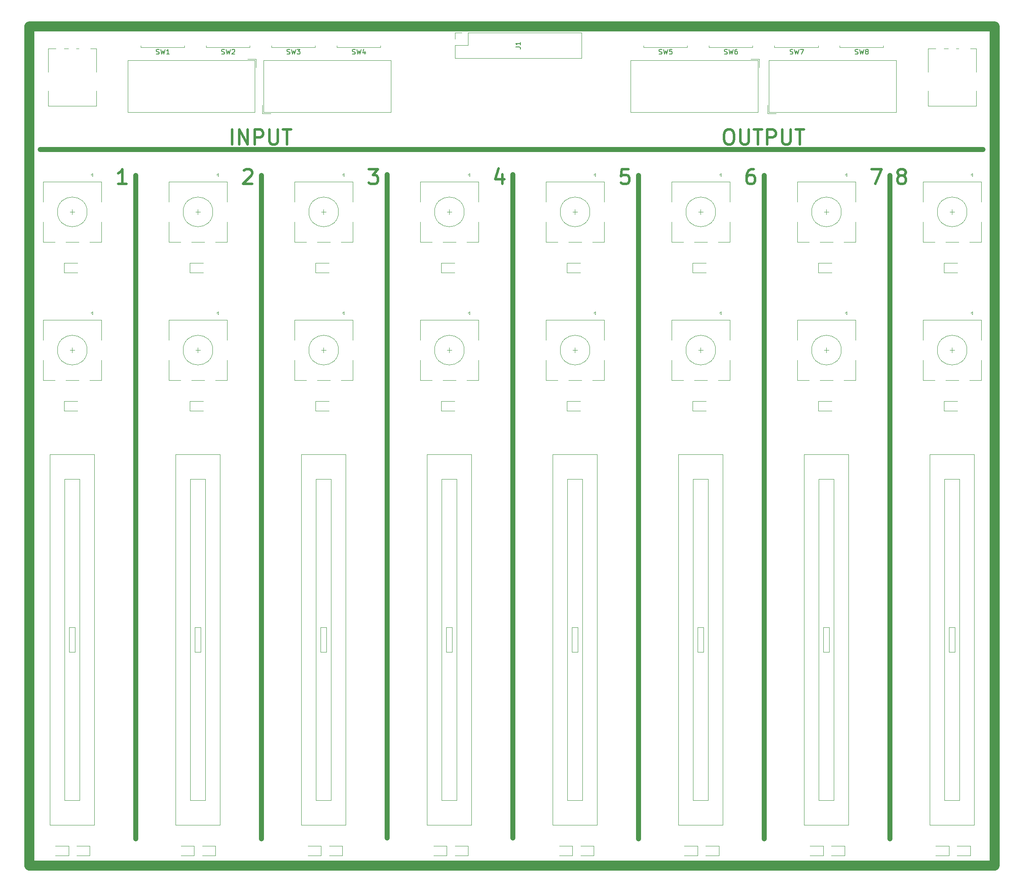
<source format=gbr>
G04 #@! TF.GenerationSoftware,KiCad,Pcbnew,(5.1.4)-1*
G04 #@! TF.CreationDate,2019-10-13T10:06:27+02:00*
G04 #@! TF.ProjectId,ctrl_interface,6374726c-5f69-46e7-9465-72666163652e,rev?*
G04 #@! TF.SameCoordinates,Original*
G04 #@! TF.FileFunction,Legend,Top*
G04 #@! TF.FilePolarity,Positive*
%FSLAX46Y46*%
G04 Gerber Fmt 4.6, Leading zero omitted, Abs format (unit mm)*
G04 Created by KiCad (PCBNEW (5.1.4)-1) date 2019-10-13 10:06:27*
%MOMM*%
%LPD*%
G04 APERTURE LIST*
%ADD10C,0.500000*%
%ADD11C,1.000000*%
%ADD12C,2.000000*%
%ADD13C,0.120000*%
%ADD14C,0.150000*%
G04 APERTURE END LIST*
D10*
X230854285Y-45362857D02*
X230568571Y-45220000D01*
X230425714Y-45077142D01*
X230282857Y-44791428D01*
X230282857Y-44648571D01*
X230425714Y-44362857D01*
X230568571Y-44220000D01*
X230854285Y-44077142D01*
X231425714Y-44077142D01*
X231711428Y-44220000D01*
X231854285Y-44362857D01*
X231997142Y-44648571D01*
X231997142Y-44791428D01*
X231854285Y-45077142D01*
X231711428Y-45220000D01*
X231425714Y-45362857D01*
X230854285Y-45362857D01*
X230568571Y-45505714D01*
X230425714Y-45648571D01*
X230282857Y-45934285D01*
X230282857Y-46505714D01*
X230425714Y-46791428D01*
X230568571Y-46934285D01*
X230854285Y-47077142D01*
X231425714Y-47077142D01*
X231711428Y-46934285D01*
X231854285Y-46791428D01*
X231997142Y-46505714D01*
X231997142Y-45934285D01*
X231854285Y-45648571D01*
X231711428Y-45505714D01*
X231425714Y-45362857D01*
X225060000Y-44077142D02*
X227060000Y-44077142D01*
X225774285Y-47077142D01*
X201231428Y-44077142D02*
X200660000Y-44077142D01*
X200374285Y-44220000D01*
X200231428Y-44362857D01*
X199945714Y-44791428D01*
X199802857Y-45362857D01*
X199802857Y-46505714D01*
X199945714Y-46791428D01*
X200088571Y-46934285D01*
X200374285Y-47077142D01*
X200945714Y-47077142D01*
X201231428Y-46934285D01*
X201374285Y-46791428D01*
X201517142Y-46505714D01*
X201517142Y-45791428D01*
X201374285Y-45505714D01*
X201231428Y-45362857D01*
X200945714Y-45220000D01*
X200374285Y-45220000D01*
X200088571Y-45362857D01*
X199945714Y-45505714D01*
X199802857Y-45791428D01*
X175974285Y-44077142D02*
X174545714Y-44077142D01*
X174402857Y-45505714D01*
X174545714Y-45362857D01*
X174831428Y-45220000D01*
X175545714Y-45220000D01*
X175831428Y-45362857D01*
X175974285Y-45505714D01*
X176117142Y-45791428D01*
X176117142Y-46505714D01*
X175974285Y-46791428D01*
X175831428Y-46934285D01*
X175545714Y-47077142D01*
X174831428Y-47077142D01*
X174545714Y-46934285D01*
X174402857Y-46791428D01*
X150431428Y-45077142D02*
X150431428Y-47077142D01*
X149717142Y-43934285D02*
X149002857Y-46077142D01*
X150860000Y-46077142D01*
X123460000Y-44077142D02*
X125317142Y-44077142D01*
X124317142Y-45220000D01*
X124745714Y-45220000D01*
X125031428Y-45362857D01*
X125174285Y-45505714D01*
X125317142Y-45791428D01*
X125317142Y-46505714D01*
X125174285Y-46791428D01*
X125031428Y-46934285D01*
X124745714Y-47077142D01*
X123888571Y-47077142D01*
X123602857Y-46934285D01*
X123460000Y-46791428D01*
X98202857Y-44362857D02*
X98345714Y-44220000D01*
X98631428Y-44077142D01*
X99345714Y-44077142D01*
X99631428Y-44220000D01*
X99774285Y-44362857D01*
X99917142Y-44648571D01*
X99917142Y-44934285D01*
X99774285Y-45362857D01*
X98060000Y-47077142D01*
X99917142Y-47077142D01*
X74517142Y-47077142D02*
X72802857Y-47077142D01*
X73660000Y-47077142D02*
X73660000Y-44077142D01*
X73374285Y-44505714D01*
X73088571Y-44791428D01*
X72802857Y-44934285D01*
X195985714Y-36057142D02*
X196557142Y-36057142D01*
X196842857Y-36200000D01*
X197128571Y-36485714D01*
X197271428Y-37057142D01*
X197271428Y-38057142D01*
X197128571Y-38628571D01*
X196842857Y-38914285D01*
X196557142Y-39057142D01*
X195985714Y-39057142D01*
X195700000Y-38914285D01*
X195414285Y-38628571D01*
X195271428Y-38057142D01*
X195271428Y-37057142D01*
X195414285Y-36485714D01*
X195700000Y-36200000D01*
X195985714Y-36057142D01*
X198557142Y-36057142D02*
X198557142Y-38485714D01*
X198700000Y-38771428D01*
X198842857Y-38914285D01*
X199128571Y-39057142D01*
X199700000Y-39057142D01*
X199985714Y-38914285D01*
X200128571Y-38771428D01*
X200271428Y-38485714D01*
X200271428Y-36057142D01*
X201271428Y-36057142D02*
X202985714Y-36057142D01*
X202128571Y-39057142D02*
X202128571Y-36057142D01*
X203985714Y-39057142D02*
X203985714Y-36057142D01*
X205128571Y-36057142D01*
X205414285Y-36200000D01*
X205557142Y-36342857D01*
X205700000Y-36628571D01*
X205700000Y-37057142D01*
X205557142Y-37342857D01*
X205414285Y-37485714D01*
X205128571Y-37628571D01*
X203985714Y-37628571D01*
X206985714Y-36057142D02*
X206985714Y-38485714D01*
X207128571Y-38771428D01*
X207271428Y-38914285D01*
X207557142Y-39057142D01*
X208128571Y-39057142D01*
X208414285Y-38914285D01*
X208557142Y-38771428D01*
X208700000Y-38485714D01*
X208700000Y-36057142D01*
X209700000Y-36057142D02*
X211414285Y-36057142D01*
X210557142Y-39057142D02*
X210557142Y-36057142D01*
X95814285Y-39057142D02*
X95814285Y-36057142D01*
X97242857Y-39057142D02*
X97242857Y-36057142D01*
X98957142Y-39057142D01*
X98957142Y-36057142D01*
X100385714Y-39057142D02*
X100385714Y-36057142D01*
X101528571Y-36057142D01*
X101814285Y-36200000D01*
X101957142Y-36342857D01*
X102100000Y-36628571D01*
X102100000Y-37057142D01*
X101957142Y-37342857D01*
X101814285Y-37485714D01*
X101528571Y-37628571D01*
X100385714Y-37628571D01*
X103385714Y-36057142D02*
X103385714Y-38485714D01*
X103528571Y-38771428D01*
X103671428Y-38914285D01*
X103957142Y-39057142D01*
X104528571Y-39057142D01*
X104814285Y-38914285D01*
X104957142Y-38771428D01*
X105100000Y-38485714D01*
X105100000Y-36057142D01*
X106100000Y-36057142D02*
X107814285Y-36057142D01*
X106957142Y-39057142D02*
X106957142Y-36057142D01*
D11*
X57023000Y-40132000D02*
X247523000Y-40132000D01*
X127127000Y-45212000D02*
X127127000Y-179324000D01*
X152527000Y-45212000D02*
X152527000Y-179324000D01*
X228727000Y-45339000D02*
X228727000Y-179451000D01*
X203327000Y-45339000D02*
X203327000Y-179451000D01*
X177927000Y-45339000D02*
X177927000Y-179451000D01*
X101727000Y-45339000D02*
X101727000Y-179451000D01*
X76327000Y-45339000D02*
X76327000Y-179451000D01*
D12*
X54864000Y-184912000D02*
X249936000Y-184912000D01*
X54864000Y-15240000D02*
X249936000Y-15240000D01*
X249936000Y-15240000D02*
X249936000Y-184912000D01*
X54864000Y-15240000D02*
X54864000Y-184912000D01*
D13*
X215940000Y-80152000D02*
X215940000Y-81152000D01*
X216440000Y-80652000D02*
X215440000Y-80652000D01*
X212440000Y-86752000D02*
X210040000Y-86752000D01*
X217240000Y-86752000D02*
X214640000Y-86752000D01*
X221840000Y-86752000D02*
X219440000Y-86752000D01*
X220040000Y-73452000D02*
X219740000Y-73152000D01*
X220040000Y-72852000D02*
X220040000Y-73452000D01*
X219740000Y-73152000D02*
X220040000Y-72852000D01*
X221840000Y-74552000D02*
X210040000Y-74552000D01*
X221840000Y-78652000D02*
X221840000Y-74552000D01*
X210040000Y-78652000D02*
X210040000Y-74552000D01*
X210040000Y-86752000D02*
X210040000Y-82652000D01*
X221840000Y-82652000D02*
X221840000Y-86752000D01*
X218940000Y-80652000D02*
G75*
G03X218940000Y-80652000I-3000000J0D01*
G01*
X59000000Y-176692000D02*
X59000000Y-139192000D01*
X68000000Y-176692000D02*
X59000000Y-176692000D01*
X68000000Y-139192000D02*
X68000000Y-176692000D01*
X68000000Y-101692000D02*
X68000000Y-139192000D01*
X59000000Y-101692000D02*
X68000000Y-101692000D01*
X59000000Y-139192000D02*
X59000000Y-101692000D01*
X64100000Y-141692000D02*
X64100000Y-139192000D01*
X62900000Y-141692000D02*
X64100000Y-141692000D01*
X62900000Y-139192000D02*
X62900000Y-141692000D01*
X62900000Y-137992000D02*
X62900000Y-139192000D01*
X62900000Y-136692000D02*
X62900000Y-137992000D01*
X64100000Y-136692000D02*
X62900000Y-136692000D01*
X64100000Y-139192000D02*
X64100000Y-136692000D01*
X62000000Y-106692000D02*
X63500000Y-106692000D01*
X62000000Y-171692000D02*
X62000000Y-106692000D01*
X65000000Y-171692000D02*
X62000000Y-171692000D01*
X65000000Y-139192000D02*
X65000000Y-171692000D01*
X65000000Y-106692000D02*
X65000000Y-139192000D01*
X64400000Y-106692000D02*
X65000000Y-106692000D01*
X63500000Y-106692000D02*
X64400000Y-106692000D01*
X139700000Y-106692000D02*
X140600000Y-106692000D01*
X140600000Y-106692000D02*
X141200000Y-106692000D01*
X141200000Y-106692000D02*
X141200000Y-139192000D01*
X141200000Y-139192000D02*
X141200000Y-171692000D01*
X141200000Y-171692000D02*
X138200000Y-171692000D01*
X138200000Y-171692000D02*
X138200000Y-106692000D01*
X138200000Y-106692000D02*
X139700000Y-106692000D01*
X140300000Y-139192000D02*
X140300000Y-136692000D01*
X140300000Y-136692000D02*
X139100000Y-136692000D01*
X139100000Y-136692000D02*
X139100000Y-137992000D01*
X139100000Y-137992000D02*
X139100000Y-139192000D01*
X139100000Y-139192000D02*
X139100000Y-141692000D01*
X139100000Y-141692000D02*
X140300000Y-141692000D01*
X140300000Y-141692000D02*
X140300000Y-139192000D01*
X135200000Y-139192000D02*
X135200000Y-101692000D01*
X135200000Y-101692000D02*
X144200000Y-101692000D01*
X144200000Y-101692000D02*
X144200000Y-139192000D01*
X144200000Y-139192000D02*
X144200000Y-176692000D01*
X144200000Y-176692000D02*
X135200000Y-176692000D01*
X135200000Y-176692000D02*
X135200000Y-139192000D01*
X109800000Y-176692000D02*
X109800000Y-139192000D01*
X118800000Y-176692000D02*
X109800000Y-176692000D01*
X118800000Y-139192000D02*
X118800000Y-176692000D01*
X118800000Y-101692000D02*
X118800000Y-139192000D01*
X109800000Y-101692000D02*
X118800000Y-101692000D01*
X109800000Y-139192000D02*
X109800000Y-101692000D01*
X114900000Y-141692000D02*
X114900000Y-139192000D01*
X113700000Y-141692000D02*
X114900000Y-141692000D01*
X113700000Y-139192000D02*
X113700000Y-141692000D01*
X113700000Y-137992000D02*
X113700000Y-139192000D01*
X113700000Y-136692000D02*
X113700000Y-137992000D01*
X114900000Y-136692000D02*
X113700000Y-136692000D01*
X114900000Y-139192000D02*
X114900000Y-136692000D01*
X112800000Y-106692000D02*
X114300000Y-106692000D01*
X112800000Y-171692000D02*
X112800000Y-106692000D01*
X115800000Y-171692000D02*
X112800000Y-171692000D01*
X115800000Y-139192000D02*
X115800000Y-171692000D01*
X115800000Y-106692000D02*
X115800000Y-139192000D01*
X115200000Y-106692000D02*
X115800000Y-106692000D01*
X114300000Y-106692000D02*
X115200000Y-106692000D01*
X88900000Y-106692000D02*
X89800000Y-106692000D01*
X89800000Y-106692000D02*
X90400000Y-106692000D01*
X90400000Y-106692000D02*
X90400000Y-139192000D01*
X90400000Y-139192000D02*
X90400000Y-171692000D01*
X90400000Y-171692000D02*
X87400000Y-171692000D01*
X87400000Y-171692000D02*
X87400000Y-106692000D01*
X87400000Y-106692000D02*
X88900000Y-106692000D01*
X89500000Y-139192000D02*
X89500000Y-136692000D01*
X89500000Y-136692000D02*
X88300000Y-136692000D01*
X88300000Y-136692000D02*
X88300000Y-137992000D01*
X88300000Y-137992000D02*
X88300000Y-139192000D01*
X88300000Y-139192000D02*
X88300000Y-141692000D01*
X88300000Y-141692000D02*
X89500000Y-141692000D01*
X89500000Y-141692000D02*
X89500000Y-139192000D01*
X84400000Y-139192000D02*
X84400000Y-101692000D01*
X84400000Y-101692000D02*
X93400000Y-101692000D01*
X93400000Y-101692000D02*
X93400000Y-139192000D01*
X93400000Y-139192000D02*
X93400000Y-176692000D01*
X93400000Y-176692000D02*
X84400000Y-176692000D01*
X84400000Y-176692000D02*
X84400000Y-139192000D01*
X215940000Y-52212000D02*
X215940000Y-53212000D01*
X216440000Y-52712000D02*
X215440000Y-52712000D01*
X212440000Y-58812000D02*
X210040000Y-58812000D01*
X217240000Y-58812000D02*
X214640000Y-58812000D01*
X221840000Y-58812000D02*
X219440000Y-58812000D01*
X220040000Y-45512000D02*
X219740000Y-45212000D01*
X220040000Y-44912000D02*
X220040000Y-45512000D01*
X219740000Y-45212000D02*
X220040000Y-44912000D01*
X221840000Y-46612000D02*
X210040000Y-46612000D01*
X221840000Y-50712000D02*
X221840000Y-46612000D01*
X210040000Y-50712000D02*
X210040000Y-46612000D01*
X210040000Y-58812000D02*
X210040000Y-54712000D01*
X221840000Y-54712000D02*
X221840000Y-58812000D01*
X218940000Y-52712000D02*
G75*
G03X218940000Y-52712000I-3000000J0D01*
G01*
X168140000Y-52712000D02*
G75*
G03X168140000Y-52712000I-3000000J0D01*
G01*
X171040000Y-54712000D02*
X171040000Y-58812000D01*
X159240000Y-58812000D02*
X159240000Y-54712000D01*
X159240000Y-50712000D02*
X159240000Y-46612000D01*
X171040000Y-50712000D02*
X171040000Y-46612000D01*
X171040000Y-46612000D02*
X159240000Y-46612000D01*
X168940000Y-45212000D02*
X169240000Y-44912000D01*
X169240000Y-44912000D02*
X169240000Y-45512000D01*
X169240000Y-45512000D02*
X168940000Y-45212000D01*
X171040000Y-58812000D02*
X168640000Y-58812000D01*
X166440000Y-58812000D02*
X163840000Y-58812000D01*
X161640000Y-58812000D02*
X159240000Y-58812000D01*
X165640000Y-52712000D02*
X164640000Y-52712000D01*
X165140000Y-52212000D02*
X165140000Y-53212000D01*
X241300000Y-106692000D02*
X242200000Y-106692000D01*
X242200000Y-106692000D02*
X242800000Y-106692000D01*
X242800000Y-106692000D02*
X242800000Y-139192000D01*
X242800000Y-139192000D02*
X242800000Y-171692000D01*
X242800000Y-171692000D02*
X239800000Y-171692000D01*
X239800000Y-171692000D02*
X239800000Y-106692000D01*
X239800000Y-106692000D02*
X241300000Y-106692000D01*
X241900000Y-139192000D02*
X241900000Y-136692000D01*
X241900000Y-136692000D02*
X240700000Y-136692000D01*
X240700000Y-136692000D02*
X240700000Y-137992000D01*
X240700000Y-137992000D02*
X240700000Y-139192000D01*
X240700000Y-139192000D02*
X240700000Y-141692000D01*
X240700000Y-141692000D02*
X241900000Y-141692000D01*
X241900000Y-141692000D02*
X241900000Y-139192000D01*
X236800000Y-139192000D02*
X236800000Y-101692000D01*
X236800000Y-101692000D02*
X245800000Y-101692000D01*
X245800000Y-101692000D02*
X245800000Y-139192000D01*
X245800000Y-139192000D02*
X245800000Y-176692000D01*
X245800000Y-176692000D02*
X236800000Y-176692000D01*
X236800000Y-176692000D02*
X236800000Y-139192000D01*
X193540000Y-52712000D02*
G75*
G03X193540000Y-52712000I-3000000J0D01*
G01*
X196440000Y-54712000D02*
X196440000Y-58812000D01*
X184640000Y-58812000D02*
X184640000Y-54712000D01*
X184640000Y-50712000D02*
X184640000Y-46612000D01*
X196440000Y-50712000D02*
X196440000Y-46612000D01*
X196440000Y-46612000D02*
X184640000Y-46612000D01*
X194340000Y-45212000D02*
X194640000Y-44912000D01*
X194640000Y-44912000D02*
X194640000Y-45512000D01*
X194640000Y-45512000D02*
X194340000Y-45212000D01*
X196440000Y-58812000D02*
X194040000Y-58812000D01*
X191840000Y-58812000D02*
X189240000Y-58812000D01*
X187040000Y-58812000D02*
X184640000Y-58812000D01*
X191040000Y-52712000D02*
X190040000Y-52712000D01*
X190540000Y-52212000D02*
X190540000Y-53212000D01*
X66540000Y-52712000D02*
G75*
G03X66540000Y-52712000I-3000000J0D01*
G01*
X69440000Y-54712000D02*
X69440000Y-58812000D01*
X57640000Y-58812000D02*
X57640000Y-54712000D01*
X57640000Y-50712000D02*
X57640000Y-46612000D01*
X69440000Y-50712000D02*
X69440000Y-46612000D01*
X69440000Y-46612000D02*
X57640000Y-46612000D01*
X67340000Y-45212000D02*
X67640000Y-44912000D01*
X67640000Y-44912000D02*
X67640000Y-45512000D01*
X67640000Y-45512000D02*
X67340000Y-45212000D01*
X69440000Y-58812000D02*
X67040000Y-58812000D01*
X64840000Y-58812000D02*
X62240000Y-58812000D01*
X60040000Y-58812000D02*
X57640000Y-58812000D01*
X64040000Y-52712000D02*
X63040000Y-52712000D01*
X63540000Y-52212000D02*
X63540000Y-53212000D01*
X100410000Y-32530000D02*
X74730000Y-32530000D01*
X100410000Y-22090000D02*
X100410000Y-32530000D01*
X74730000Y-22090000D02*
X100410000Y-22090000D01*
X74730000Y-32530000D02*
X74730000Y-22090000D01*
X100700000Y-21800000D02*
X99000000Y-21800000D01*
X100700000Y-23500000D02*
X100700000Y-21800000D01*
X101932000Y-31115000D02*
X101932000Y-32815000D01*
X101932000Y-32815000D02*
X103632000Y-32815000D01*
X127902000Y-22085000D02*
X127902000Y-32525000D01*
X127902000Y-32525000D02*
X102222000Y-32525000D01*
X102222000Y-32525000D02*
X102222000Y-22085000D01*
X102222000Y-22085000D02*
X127902000Y-22085000D01*
X202360000Y-23500000D02*
X202360000Y-21800000D01*
X202360000Y-21800000D02*
X200660000Y-21800000D01*
X176390000Y-32530000D02*
X176390000Y-22090000D01*
X176390000Y-22090000D02*
X202070000Y-22090000D01*
X202070000Y-22090000D02*
X202070000Y-32530000D01*
X202070000Y-32530000D02*
X176390000Y-32530000D01*
X204330000Y-22085000D02*
X230010000Y-22085000D01*
X204330000Y-32525000D02*
X204330000Y-22085000D01*
X230010000Y-32525000D02*
X204330000Y-32525000D01*
X230010000Y-22085000D02*
X230010000Y-32525000D01*
X204040000Y-32815000D02*
X205740000Y-32815000D01*
X204040000Y-31115000D02*
X204040000Y-32815000D01*
X64578500Y-63048000D02*
X61893500Y-63048000D01*
X61893500Y-63048000D02*
X61893500Y-64968000D01*
X61893500Y-64968000D02*
X64578500Y-64968000D01*
X61893500Y-92908000D02*
X64578500Y-92908000D01*
X61893500Y-90988000D02*
X61893500Y-92908000D01*
X64578500Y-90988000D02*
X61893500Y-90988000D01*
X89978500Y-63048000D02*
X87293500Y-63048000D01*
X87293500Y-63048000D02*
X87293500Y-64968000D01*
X87293500Y-64968000D02*
X89978500Y-64968000D01*
X87293500Y-92908000D02*
X89978500Y-92908000D01*
X87293500Y-90988000D02*
X87293500Y-92908000D01*
X89978500Y-90988000D02*
X87293500Y-90988000D01*
X115378500Y-63048000D02*
X112693500Y-63048000D01*
X112693500Y-63048000D02*
X112693500Y-64968000D01*
X112693500Y-64968000D02*
X115378500Y-64968000D01*
X112693500Y-92908000D02*
X115378500Y-92908000D01*
X112693500Y-90988000D02*
X112693500Y-92908000D01*
X115378500Y-90988000D02*
X112693500Y-90988000D01*
X140778500Y-63048000D02*
X138093500Y-63048000D01*
X138093500Y-63048000D02*
X138093500Y-64968000D01*
X138093500Y-64968000D02*
X140778500Y-64968000D01*
X138093500Y-92908000D02*
X140778500Y-92908000D01*
X138093500Y-90988000D02*
X138093500Y-92908000D01*
X140778500Y-90988000D02*
X138093500Y-90988000D01*
X166178500Y-63048000D02*
X163493500Y-63048000D01*
X163493500Y-63048000D02*
X163493500Y-64968000D01*
X163493500Y-64968000D02*
X166178500Y-64968000D01*
X163493500Y-92908000D02*
X166178500Y-92908000D01*
X163493500Y-90988000D02*
X163493500Y-92908000D01*
X166178500Y-90988000D02*
X163493500Y-90988000D01*
X188893500Y-64968000D02*
X191578500Y-64968000D01*
X188893500Y-63048000D02*
X188893500Y-64968000D01*
X191578500Y-63048000D02*
X188893500Y-63048000D01*
X191578500Y-90988000D02*
X188893500Y-90988000D01*
X188893500Y-90988000D02*
X188893500Y-92908000D01*
X188893500Y-92908000D02*
X191578500Y-92908000D01*
X214293500Y-64968000D02*
X216978500Y-64968000D01*
X214293500Y-63048000D02*
X214293500Y-64968000D01*
X216978500Y-63048000D02*
X214293500Y-63048000D01*
X216978500Y-90988000D02*
X214293500Y-90988000D01*
X214293500Y-90988000D02*
X214293500Y-92908000D01*
X214293500Y-92908000D02*
X216978500Y-92908000D01*
X239693500Y-64968000D02*
X242378500Y-64968000D01*
X239693500Y-63048000D02*
X239693500Y-64968000D01*
X242378500Y-63048000D02*
X239693500Y-63048000D01*
X242378500Y-90988000D02*
X239693500Y-90988000D01*
X239693500Y-90988000D02*
X239693500Y-92908000D01*
X239693500Y-92908000D02*
X242378500Y-92908000D01*
X62820500Y-180904000D02*
X60135500Y-180904000D01*
X62820500Y-182824000D02*
X62820500Y-180904000D01*
X60135500Y-182824000D02*
X62820500Y-182824000D01*
X64405000Y-182824000D02*
X67090000Y-182824000D01*
X67090000Y-182824000D02*
X67090000Y-180904000D01*
X67090000Y-180904000D02*
X64405000Y-180904000D01*
X88172000Y-180904000D02*
X85487000Y-180904000D01*
X88172000Y-182824000D02*
X88172000Y-180904000D01*
X85487000Y-182824000D02*
X88172000Y-182824000D01*
X89805000Y-182824000D02*
X92490000Y-182824000D01*
X92490000Y-182824000D02*
X92490000Y-180904000D01*
X92490000Y-180904000D02*
X89805000Y-180904000D01*
X113826000Y-180904000D02*
X111141000Y-180904000D01*
X113826000Y-182824000D02*
X113826000Y-180904000D01*
X111141000Y-182824000D02*
X113826000Y-182824000D01*
X115459000Y-182824000D02*
X118144000Y-182824000D01*
X118144000Y-182824000D02*
X118144000Y-180904000D01*
X118144000Y-180904000D02*
X115459000Y-180904000D01*
X139226000Y-180904000D02*
X136541000Y-180904000D01*
X139226000Y-182824000D02*
X139226000Y-180904000D01*
X136541000Y-182824000D02*
X139226000Y-182824000D01*
X140859000Y-182824000D02*
X143544000Y-182824000D01*
X143544000Y-182824000D02*
X143544000Y-180904000D01*
X143544000Y-180904000D02*
X140859000Y-180904000D01*
X160600000Y-176692000D02*
X160600000Y-139192000D01*
X169600000Y-176692000D02*
X160600000Y-176692000D01*
X169600000Y-139192000D02*
X169600000Y-176692000D01*
X169600000Y-101692000D02*
X169600000Y-139192000D01*
X160600000Y-101692000D02*
X169600000Y-101692000D01*
X160600000Y-139192000D02*
X160600000Y-101692000D01*
X165700000Y-141692000D02*
X165700000Y-139192000D01*
X164500000Y-141692000D02*
X165700000Y-141692000D01*
X164500000Y-139192000D02*
X164500000Y-141692000D01*
X164500000Y-137992000D02*
X164500000Y-139192000D01*
X164500000Y-136692000D02*
X164500000Y-137992000D01*
X165700000Y-136692000D02*
X164500000Y-136692000D01*
X165700000Y-139192000D02*
X165700000Y-136692000D01*
X163600000Y-106692000D02*
X165100000Y-106692000D01*
X163600000Y-171692000D02*
X163600000Y-106692000D01*
X166600000Y-171692000D02*
X163600000Y-171692000D01*
X166600000Y-139192000D02*
X166600000Y-171692000D01*
X166600000Y-106692000D02*
X166600000Y-139192000D01*
X166000000Y-106692000D02*
X166600000Y-106692000D01*
X165100000Y-106692000D02*
X166000000Y-106692000D01*
X190500000Y-106692000D02*
X191400000Y-106692000D01*
X191400000Y-106692000D02*
X192000000Y-106692000D01*
X192000000Y-106692000D02*
X192000000Y-139192000D01*
X192000000Y-139192000D02*
X192000000Y-171692000D01*
X192000000Y-171692000D02*
X189000000Y-171692000D01*
X189000000Y-171692000D02*
X189000000Y-106692000D01*
X189000000Y-106692000D02*
X190500000Y-106692000D01*
X191100000Y-139192000D02*
X191100000Y-136692000D01*
X191100000Y-136692000D02*
X189900000Y-136692000D01*
X189900000Y-136692000D02*
X189900000Y-137992000D01*
X189900000Y-137992000D02*
X189900000Y-139192000D01*
X189900000Y-139192000D02*
X189900000Y-141692000D01*
X189900000Y-141692000D02*
X191100000Y-141692000D01*
X191100000Y-141692000D02*
X191100000Y-139192000D01*
X186000000Y-139192000D02*
X186000000Y-101692000D01*
X186000000Y-101692000D02*
X195000000Y-101692000D01*
X195000000Y-101692000D02*
X195000000Y-139192000D01*
X195000000Y-139192000D02*
X195000000Y-176692000D01*
X195000000Y-176692000D02*
X186000000Y-176692000D01*
X186000000Y-176692000D02*
X186000000Y-139192000D01*
X211400000Y-176692000D02*
X211400000Y-139192000D01*
X220400000Y-176692000D02*
X211400000Y-176692000D01*
X220400000Y-139192000D02*
X220400000Y-176692000D01*
X220400000Y-101692000D02*
X220400000Y-139192000D01*
X211400000Y-101692000D02*
X220400000Y-101692000D01*
X211400000Y-139192000D02*
X211400000Y-101692000D01*
X216500000Y-141692000D02*
X216500000Y-139192000D01*
X215300000Y-141692000D02*
X216500000Y-141692000D01*
X215300000Y-139192000D02*
X215300000Y-141692000D01*
X215300000Y-137992000D02*
X215300000Y-139192000D01*
X215300000Y-136692000D02*
X215300000Y-137992000D01*
X216500000Y-136692000D02*
X215300000Y-136692000D01*
X216500000Y-139192000D02*
X216500000Y-136692000D01*
X214400000Y-106692000D02*
X215900000Y-106692000D01*
X214400000Y-171692000D02*
X214400000Y-106692000D01*
X217400000Y-171692000D02*
X214400000Y-171692000D01*
X217400000Y-139192000D02*
X217400000Y-171692000D01*
X217400000Y-106692000D02*
X217400000Y-139192000D01*
X216800000Y-106692000D02*
X217400000Y-106692000D01*
X215900000Y-106692000D02*
X216800000Y-106692000D01*
X80256000Y-14185000D02*
X79256000Y-14185000D01*
X79756000Y-14685000D02*
X80256000Y-14185000D01*
X79256000Y-14185000D02*
X79756000Y-14685000D01*
X86166000Y-19405000D02*
X86166000Y-19095000D01*
X77346000Y-19405000D02*
X77346000Y-19095000D01*
X77346000Y-15195000D02*
X77346000Y-14885000D01*
X86166000Y-19405000D02*
X77346000Y-19405000D01*
X86166000Y-14885000D02*
X86166000Y-15195000D01*
X77346000Y-14885000D02*
X86166000Y-14885000D01*
X93464000Y-14185000D02*
X92464000Y-14185000D01*
X92964000Y-14685000D02*
X93464000Y-14185000D01*
X92464000Y-14185000D02*
X92964000Y-14685000D01*
X99374000Y-19405000D02*
X99374000Y-19095000D01*
X90554000Y-19405000D02*
X90554000Y-19095000D01*
X90554000Y-15195000D02*
X90554000Y-14885000D01*
X99374000Y-19405000D02*
X90554000Y-19405000D01*
X99374000Y-14885000D02*
X99374000Y-15195000D01*
X90554000Y-14885000D02*
X99374000Y-14885000D01*
X103762000Y-14885000D02*
X112582000Y-14885000D01*
X112582000Y-14885000D02*
X112582000Y-15195000D01*
X112582000Y-19405000D02*
X103762000Y-19405000D01*
X103762000Y-15195000D02*
X103762000Y-14885000D01*
X103762000Y-19405000D02*
X103762000Y-19095000D01*
X112582000Y-19405000D02*
X112582000Y-19095000D01*
X105672000Y-14185000D02*
X106172000Y-14685000D01*
X106172000Y-14685000D02*
X106672000Y-14185000D01*
X106672000Y-14185000D02*
X105672000Y-14185000D01*
X119880000Y-14185000D02*
X118880000Y-14185000D01*
X119380000Y-14685000D02*
X119880000Y-14185000D01*
X118880000Y-14185000D02*
X119380000Y-14685000D01*
X125790000Y-19405000D02*
X125790000Y-19095000D01*
X116970000Y-19405000D02*
X116970000Y-19095000D01*
X116970000Y-15195000D02*
X116970000Y-14885000D01*
X125790000Y-19405000D02*
X116970000Y-19405000D01*
X125790000Y-14885000D02*
X125790000Y-15195000D01*
X116970000Y-14885000D02*
X125790000Y-14885000D01*
X178946000Y-14885000D02*
X187766000Y-14885000D01*
X187766000Y-14885000D02*
X187766000Y-15195000D01*
X187766000Y-19405000D02*
X178946000Y-19405000D01*
X178946000Y-15195000D02*
X178946000Y-14885000D01*
X178946000Y-19405000D02*
X178946000Y-19095000D01*
X187766000Y-19405000D02*
X187766000Y-19095000D01*
X180856000Y-14185000D02*
X181356000Y-14685000D01*
X181356000Y-14685000D02*
X181856000Y-14185000D01*
X181856000Y-14185000D02*
X180856000Y-14185000D01*
X195064000Y-14185000D02*
X194064000Y-14185000D01*
X194564000Y-14685000D02*
X195064000Y-14185000D01*
X194064000Y-14185000D02*
X194564000Y-14685000D01*
X200974000Y-19405000D02*
X200974000Y-19095000D01*
X192154000Y-19405000D02*
X192154000Y-19095000D01*
X192154000Y-15195000D02*
X192154000Y-14885000D01*
X200974000Y-19405000D02*
X192154000Y-19405000D01*
X200974000Y-14885000D02*
X200974000Y-15195000D01*
X192154000Y-14885000D02*
X200974000Y-14885000D01*
X205430000Y-14885000D02*
X214250000Y-14885000D01*
X214250000Y-14885000D02*
X214250000Y-15195000D01*
X214250000Y-19405000D02*
X205430000Y-19405000D01*
X205430000Y-15195000D02*
X205430000Y-14885000D01*
X205430000Y-19405000D02*
X205430000Y-19095000D01*
X214250000Y-19405000D02*
X214250000Y-19095000D01*
X207340000Y-14185000D02*
X207840000Y-14685000D01*
X207840000Y-14685000D02*
X208340000Y-14185000D01*
X208340000Y-14185000D02*
X207340000Y-14185000D01*
X218570000Y-14885000D02*
X227390000Y-14885000D01*
X227390000Y-14885000D02*
X227390000Y-15195000D01*
X227390000Y-19405000D02*
X218570000Y-19405000D01*
X218570000Y-15195000D02*
X218570000Y-14885000D01*
X218570000Y-19405000D02*
X218570000Y-19095000D01*
X227390000Y-19405000D02*
X227390000Y-19095000D01*
X220480000Y-14185000D02*
X220980000Y-14685000D01*
X220980000Y-14685000D02*
X221480000Y-14185000D01*
X221480000Y-14185000D02*
X220480000Y-14185000D01*
X63540000Y-80152000D02*
X63540000Y-81152000D01*
X64040000Y-80652000D02*
X63040000Y-80652000D01*
X60040000Y-86752000D02*
X57640000Y-86752000D01*
X64840000Y-86752000D02*
X62240000Y-86752000D01*
X69440000Y-86752000D02*
X67040000Y-86752000D01*
X67640000Y-73452000D02*
X67340000Y-73152000D01*
X67640000Y-72852000D02*
X67640000Y-73452000D01*
X67340000Y-73152000D02*
X67640000Y-72852000D01*
X69440000Y-74552000D02*
X57640000Y-74552000D01*
X69440000Y-78652000D02*
X69440000Y-74552000D01*
X57640000Y-78652000D02*
X57640000Y-74552000D01*
X57640000Y-86752000D02*
X57640000Y-82652000D01*
X69440000Y-82652000D02*
X69440000Y-86752000D01*
X66540000Y-80652000D02*
G75*
G03X66540000Y-80652000I-3000000J0D01*
G01*
X91940000Y-52712000D02*
G75*
G03X91940000Y-52712000I-3000000J0D01*
G01*
X94840000Y-54712000D02*
X94840000Y-58812000D01*
X83040000Y-58812000D02*
X83040000Y-54712000D01*
X83040000Y-50712000D02*
X83040000Y-46612000D01*
X94840000Y-50712000D02*
X94840000Y-46612000D01*
X94840000Y-46612000D02*
X83040000Y-46612000D01*
X92740000Y-45212000D02*
X93040000Y-44912000D01*
X93040000Y-44912000D02*
X93040000Y-45512000D01*
X93040000Y-45512000D02*
X92740000Y-45212000D01*
X94840000Y-58812000D02*
X92440000Y-58812000D01*
X90240000Y-58812000D02*
X87640000Y-58812000D01*
X85440000Y-58812000D02*
X83040000Y-58812000D01*
X89440000Y-52712000D02*
X88440000Y-52712000D01*
X88940000Y-52212000D02*
X88940000Y-53212000D01*
X88940000Y-80152000D02*
X88940000Y-81152000D01*
X89440000Y-80652000D02*
X88440000Y-80652000D01*
X85440000Y-86752000D02*
X83040000Y-86752000D01*
X90240000Y-86752000D02*
X87640000Y-86752000D01*
X94840000Y-86752000D02*
X92440000Y-86752000D01*
X93040000Y-73452000D02*
X92740000Y-73152000D01*
X93040000Y-72852000D02*
X93040000Y-73452000D01*
X92740000Y-73152000D02*
X93040000Y-72852000D01*
X94840000Y-74552000D02*
X83040000Y-74552000D01*
X94840000Y-78652000D02*
X94840000Y-74552000D01*
X83040000Y-78652000D02*
X83040000Y-74552000D01*
X83040000Y-86752000D02*
X83040000Y-82652000D01*
X94840000Y-82652000D02*
X94840000Y-86752000D01*
X91940000Y-80652000D02*
G75*
G03X91940000Y-80652000I-3000000J0D01*
G01*
X117340000Y-52712000D02*
G75*
G03X117340000Y-52712000I-3000000J0D01*
G01*
X120240000Y-54712000D02*
X120240000Y-58812000D01*
X108440000Y-58812000D02*
X108440000Y-54712000D01*
X108440000Y-50712000D02*
X108440000Y-46612000D01*
X120240000Y-50712000D02*
X120240000Y-46612000D01*
X120240000Y-46612000D02*
X108440000Y-46612000D01*
X118140000Y-45212000D02*
X118440000Y-44912000D01*
X118440000Y-44912000D02*
X118440000Y-45512000D01*
X118440000Y-45512000D02*
X118140000Y-45212000D01*
X120240000Y-58812000D02*
X117840000Y-58812000D01*
X115640000Y-58812000D02*
X113040000Y-58812000D01*
X110840000Y-58812000D02*
X108440000Y-58812000D01*
X114840000Y-52712000D02*
X113840000Y-52712000D01*
X114340000Y-52212000D02*
X114340000Y-53212000D01*
X114340000Y-80152000D02*
X114340000Y-81152000D01*
X114840000Y-80652000D02*
X113840000Y-80652000D01*
X110840000Y-86752000D02*
X108440000Y-86752000D01*
X115640000Y-86752000D02*
X113040000Y-86752000D01*
X120240000Y-86752000D02*
X117840000Y-86752000D01*
X118440000Y-73452000D02*
X118140000Y-73152000D01*
X118440000Y-72852000D02*
X118440000Y-73452000D01*
X118140000Y-73152000D02*
X118440000Y-72852000D01*
X120240000Y-74552000D02*
X108440000Y-74552000D01*
X120240000Y-78652000D02*
X120240000Y-74552000D01*
X108440000Y-78652000D02*
X108440000Y-74552000D01*
X108440000Y-86752000D02*
X108440000Y-82652000D01*
X120240000Y-82652000D02*
X120240000Y-86752000D01*
X117340000Y-80652000D02*
G75*
G03X117340000Y-80652000I-3000000J0D01*
G01*
X142740000Y-52712000D02*
G75*
G03X142740000Y-52712000I-3000000J0D01*
G01*
X145640000Y-54712000D02*
X145640000Y-58812000D01*
X133840000Y-58812000D02*
X133840000Y-54712000D01*
X133840000Y-50712000D02*
X133840000Y-46612000D01*
X145640000Y-50712000D02*
X145640000Y-46612000D01*
X145640000Y-46612000D02*
X133840000Y-46612000D01*
X143540000Y-45212000D02*
X143840000Y-44912000D01*
X143840000Y-44912000D02*
X143840000Y-45512000D01*
X143840000Y-45512000D02*
X143540000Y-45212000D01*
X145640000Y-58812000D02*
X143240000Y-58812000D01*
X141040000Y-58812000D02*
X138440000Y-58812000D01*
X136240000Y-58812000D02*
X133840000Y-58812000D01*
X140240000Y-52712000D02*
X139240000Y-52712000D01*
X139740000Y-52212000D02*
X139740000Y-53212000D01*
X142740000Y-80652000D02*
G75*
G03X142740000Y-80652000I-3000000J0D01*
G01*
X145640000Y-82652000D02*
X145640000Y-86752000D01*
X133840000Y-86752000D02*
X133840000Y-82652000D01*
X133840000Y-78652000D02*
X133840000Y-74552000D01*
X145640000Y-78652000D02*
X145640000Y-74552000D01*
X145640000Y-74552000D02*
X133840000Y-74552000D01*
X143540000Y-73152000D02*
X143840000Y-72852000D01*
X143840000Y-72852000D02*
X143840000Y-73452000D01*
X143840000Y-73452000D02*
X143540000Y-73152000D01*
X145640000Y-86752000D02*
X143240000Y-86752000D01*
X141040000Y-86752000D02*
X138440000Y-86752000D01*
X136240000Y-86752000D02*
X133840000Y-86752000D01*
X140240000Y-80652000D02*
X139240000Y-80652000D01*
X139740000Y-80152000D02*
X139740000Y-81152000D01*
X165140000Y-80152000D02*
X165140000Y-81152000D01*
X165640000Y-80652000D02*
X164640000Y-80652000D01*
X161640000Y-86752000D02*
X159240000Y-86752000D01*
X166440000Y-86752000D02*
X163840000Y-86752000D01*
X171040000Y-86752000D02*
X168640000Y-86752000D01*
X169240000Y-73452000D02*
X168940000Y-73152000D01*
X169240000Y-72852000D02*
X169240000Y-73452000D01*
X168940000Y-73152000D02*
X169240000Y-72852000D01*
X171040000Y-74552000D02*
X159240000Y-74552000D01*
X171040000Y-78652000D02*
X171040000Y-74552000D01*
X159240000Y-78652000D02*
X159240000Y-74552000D01*
X159240000Y-86752000D02*
X159240000Y-82652000D01*
X171040000Y-82652000D02*
X171040000Y-86752000D01*
X168140000Y-80652000D02*
G75*
G03X168140000Y-80652000I-3000000J0D01*
G01*
X190540000Y-80152000D02*
X190540000Y-81152000D01*
X191040000Y-80652000D02*
X190040000Y-80652000D01*
X187040000Y-86752000D02*
X184640000Y-86752000D01*
X191840000Y-86752000D02*
X189240000Y-86752000D01*
X196440000Y-86752000D02*
X194040000Y-86752000D01*
X194640000Y-73452000D02*
X194340000Y-73152000D01*
X194640000Y-72852000D02*
X194640000Y-73452000D01*
X194340000Y-73152000D02*
X194640000Y-72852000D01*
X196440000Y-74552000D02*
X184640000Y-74552000D01*
X196440000Y-78652000D02*
X196440000Y-74552000D01*
X184640000Y-78652000D02*
X184640000Y-74552000D01*
X184640000Y-86752000D02*
X184640000Y-82652000D01*
X196440000Y-82652000D02*
X196440000Y-86752000D01*
X193540000Y-80652000D02*
G75*
G03X193540000Y-80652000I-3000000J0D01*
G01*
X244340000Y-52712000D02*
G75*
G03X244340000Y-52712000I-3000000J0D01*
G01*
X247240000Y-54712000D02*
X247240000Y-58812000D01*
X235440000Y-58812000D02*
X235440000Y-54712000D01*
X235440000Y-50712000D02*
X235440000Y-46612000D01*
X247240000Y-50712000D02*
X247240000Y-46612000D01*
X247240000Y-46612000D02*
X235440000Y-46612000D01*
X245140000Y-45212000D02*
X245440000Y-44912000D01*
X245440000Y-44912000D02*
X245440000Y-45512000D01*
X245440000Y-45512000D02*
X245140000Y-45212000D01*
X247240000Y-58812000D02*
X244840000Y-58812000D01*
X242640000Y-58812000D02*
X240040000Y-58812000D01*
X237840000Y-58812000D02*
X235440000Y-58812000D01*
X241840000Y-52712000D02*
X240840000Y-52712000D01*
X241340000Y-52212000D02*
X241340000Y-53212000D01*
X241340000Y-80152000D02*
X241340000Y-81152000D01*
X241840000Y-80652000D02*
X240840000Y-80652000D01*
X237840000Y-86752000D02*
X235440000Y-86752000D01*
X242640000Y-86752000D02*
X240040000Y-86752000D01*
X247240000Y-86752000D02*
X244840000Y-86752000D01*
X245440000Y-73452000D02*
X245140000Y-73152000D01*
X245440000Y-72852000D02*
X245440000Y-73452000D01*
X245140000Y-73152000D02*
X245440000Y-72852000D01*
X247240000Y-74552000D02*
X235440000Y-74552000D01*
X247240000Y-78652000D02*
X247240000Y-74552000D01*
X235440000Y-78652000D02*
X235440000Y-74552000D01*
X235440000Y-86752000D02*
X235440000Y-82652000D01*
X247240000Y-82652000D02*
X247240000Y-86752000D01*
X244340000Y-80652000D02*
G75*
G03X244340000Y-80652000I-3000000J0D01*
G01*
X140910000Y-21650000D02*
X140910000Y-19050000D01*
X140910000Y-21650000D02*
X166430000Y-21650000D01*
X166430000Y-21650000D02*
X166430000Y-16450000D01*
X143510000Y-16450000D02*
X166430000Y-16450000D01*
X143510000Y-19050000D02*
X143510000Y-16450000D01*
X140910000Y-19050000D02*
X143510000Y-19050000D01*
X140910000Y-16450000D02*
X142240000Y-16450000D01*
X140910000Y-17780000D02*
X140910000Y-16450000D01*
X61880000Y-19676000D02*
X62710000Y-19676000D01*
X64330000Y-19676000D02*
X64860000Y-19676000D01*
X67230000Y-19676000D02*
X68410000Y-19676000D01*
X58670000Y-19676000D02*
X58670000Y-24396000D01*
X68410000Y-28206000D02*
X68410000Y-31266000D01*
X68420000Y-19676000D02*
X68420000Y-24396000D01*
X58670000Y-28206000D02*
X58670000Y-31266000D01*
X58670000Y-19676000D02*
X60160000Y-19676000D01*
X58670000Y-31266000D02*
X68410000Y-31266000D01*
X236470000Y-31266000D02*
X246210000Y-31266000D01*
X236470000Y-19676000D02*
X237960000Y-19676000D01*
X236470000Y-28206000D02*
X236470000Y-31266000D01*
X246220000Y-19676000D02*
X246220000Y-24396000D01*
X246210000Y-28206000D02*
X246210000Y-31266000D01*
X236470000Y-19676000D02*
X236470000Y-24396000D01*
X245030000Y-19676000D02*
X246210000Y-19676000D01*
X242130000Y-19676000D02*
X242660000Y-19676000D01*
X239680000Y-19676000D02*
X240510000Y-19676000D01*
X161941000Y-182824000D02*
X164626000Y-182824000D01*
X164626000Y-182824000D02*
X164626000Y-180904000D01*
X164626000Y-180904000D02*
X161941000Y-180904000D01*
X168944000Y-180904000D02*
X166259000Y-180904000D01*
X168944000Y-182824000D02*
X168944000Y-180904000D01*
X166259000Y-182824000D02*
X168944000Y-182824000D01*
X187214000Y-182824000D02*
X189899000Y-182824000D01*
X189899000Y-182824000D02*
X189899000Y-180904000D01*
X189899000Y-180904000D02*
X187214000Y-180904000D01*
X194217000Y-180904000D02*
X191532000Y-180904000D01*
X194217000Y-182824000D02*
X194217000Y-180904000D01*
X191532000Y-182824000D02*
X194217000Y-182824000D01*
X212614000Y-182824000D02*
X215299000Y-182824000D01*
X215299000Y-182824000D02*
X215299000Y-180904000D01*
X215299000Y-180904000D02*
X212614000Y-180904000D01*
X219617000Y-180904000D02*
X216932000Y-180904000D01*
X219617000Y-182824000D02*
X219617000Y-180904000D01*
X216932000Y-182824000D02*
X219617000Y-182824000D01*
X238014000Y-182824000D02*
X240699000Y-182824000D01*
X240699000Y-182824000D02*
X240699000Y-180904000D01*
X240699000Y-180904000D02*
X238014000Y-180904000D01*
X245017000Y-180904000D02*
X242332000Y-180904000D01*
X245017000Y-182824000D02*
X245017000Y-180904000D01*
X242332000Y-182824000D02*
X245017000Y-182824000D01*
D14*
X80507666Y-20782761D02*
X80650523Y-20830380D01*
X80888619Y-20830380D01*
X80983857Y-20782761D01*
X81031476Y-20735142D01*
X81079095Y-20639904D01*
X81079095Y-20544666D01*
X81031476Y-20449428D01*
X80983857Y-20401809D01*
X80888619Y-20354190D01*
X80698142Y-20306571D01*
X80602904Y-20258952D01*
X80555285Y-20211333D01*
X80507666Y-20116095D01*
X80507666Y-20020857D01*
X80555285Y-19925619D01*
X80602904Y-19878000D01*
X80698142Y-19830380D01*
X80936238Y-19830380D01*
X81079095Y-19878000D01*
X81412428Y-19830380D02*
X81650523Y-20830380D01*
X81841000Y-20116095D01*
X82031476Y-20830380D01*
X82269571Y-19830380D01*
X83174333Y-20830380D02*
X82602904Y-20830380D01*
X82888619Y-20830380D02*
X82888619Y-19830380D01*
X82793380Y-19973238D01*
X82698142Y-20068476D01*
X82602904Y-20116095D01*
X93715666Y-20782761D02*
X93858523Y-20830380D01*
X94096619Y-20830380D01*
X94191857Y-20782761D01*
X94239476Y-20735142D01*
X94287095Y-20639904D01*
X94287095Y-20544666D01*
X94239476Y-20449428D01*
X94191857Y-20401809D01*
X94096619Y-20354190D01*
X93906142Y-20306571D01*
X93810904Y-20258952D01*
X93763285Y-20211333D01*
X93715666Y-20116095D01*
X93715666Y-20020857D01*
X93763285Y-19925619D01*
X93810904Y-19878000D01*
X93906142Y-19830380D01*
X94144238Y-19830380D01*
X94287095Y-19878000D01*
X94620428Y-19830380D02*
X94858523Y-20830380D01*
X95049000Y-20116095D01*
X95239476Y-20830380D01*
X95477571Y-19830380D01*
X95810904Y-19925619D02*
X95858523Y-19878000D01*
X95953761Y-19830380D01*
X96191857Y-19830380D01*
X96287095Y-19878000D01*
X96334714Y-19925619D01*
X96382333Y-20020857D01*
X96382333Y-20116095D01*
X96334714Y-20258952D01*
X95763285Y-20830380D01*
X96382333Y-20830380D01*
X106923666Y-20782761D02*
X107066523Y-20830380D01*
X107304619Y-20830380D01*
X107399857Y-20782761D01*
X107447476Y-20735142D01*
X107495095Y-20639904D01*
X107495095Y-20544666D01*
X107447476Y-20449428D01*
X107399857Y-20401809D01*
X107304619Y-20354190D01*
X107114142Y-20306571D01*
X107018904Y-20258952D01*
X106971285Y-20211333D01*
X106923666Y-20116095D01*
X106923666Y-20020857D01*
X106971285Y-19925619D01*
X107018904Y-19878000D01*
X107114142Y-19830380D01*
X107352238Y-19830380D01*
X107495095Y-19878000D01*
X107828428Y-19830380D02*
X108066523Y-20830380D01*
X108257000Y-20116095D01*
X108447476Y-20830380D01*
X108685571Y-19830380D01*
X108971285Y-19830380D02*
X109590333Y-19830380D01*
X109257000Y-20211333D01*
X109399857Y-20211333D01*
X109495095Y-20258952D01*
X109542714Y-20306571D01*
X109590333Y-20401809D01*
X109590333Y-20639904D01*
X109542714Y-20735142D01*
X109495095Y-20782761D01*
X109399857Y-20830380D01*
X109114142Y-20830380D01*
X109018904Y-20782761D01*
X108971285Y-20735142D01*
X120131666Y-20782761D02*
X120274523Y-20830380D01*
X120512619Y-20830380D01*
X120607857Y-20782761D01*
X120655476Y-20735142D01*
X120703095Y-20639904D01*
X120703095Y-20544666D01*
X120655476Y-20449428D01*
X120607857Y-20401809D01*
X120512619Y-20354190D01*
X120322142Y-20306571D01*
X120226904Y-20258952D01*
X120179285Y-20211333D01*
X120131666Y-20116095D01*
X120131666Y-20020857D01*
X120179285Y-19925619D01*
X120226904Y-19878000D01*
X120322142Y-19830380D01*
X120560238Y-19830380D01*
X120703095Y-19878000D01*
X121036428Y-19830380D02*
X121274523Y-20830380D01*
X121465000Y-20116095D01*
X121655476Y-20830380D01*
X121893571Y-19830380D01*
X122703095Y-20163714D02*
X122703095Y-20830380D01*
X122465000Y-19782761D02*
X122226904Y-20497047D01*
X122845952Y-20497047D01*
X182107666Y-20782761D02*
X182250523Y-20830380D01*
X182488619Y-20830380D01*
X182583857Y-20782761D01*
X182631476Y-20735142D01*
X182679095Y-20639904D01*
X182679095Y-20544666D01*
X182631476Y-20449428D01*
X182583857Y-20401809D01*
X182488619Y-20354190D01*
X182298142Y-20306571D01*
X182202904Y-20258952D01*
X182155285Y-20211333D01*
X182107666Y-20116095D01*
X182107666Y-20020857D01*
X182155285Y-19925619D01*
X182202904Y-19878000D01*
X182298142Y-19830380D01*
X182536238Y-19830380D01*
X182679095Y-19878000D01*
X183012428Y-19830380D02*
X183250523Y-20830380D01*
X183441000Y-20116095D01*
X183631476Y-20830380D01*
X183869571Y-19830380D01*
X184726714Y-19830380D02*
X184250523Y-19830380D01*
X184202904Y-20306571D01*
X184250523Y-20258952D01*
X184345761Y-20211333D01*
X184583857Y-20211333D01*
X184679095Y-20258952D01*
X184726714Y-20306571D01*
X184774333Y-20401809D01*
X184774333Y-20639904D01*
X184726714Y-20735142D01*
X184679095Y-20782761D01*
X184583857Y-20830380D01*
X184345761Y-20830380D01*
X184250523Y-20782761D01*
X184202904Y-20735142D01*
X195315666Y-20782761D02*
X195458523Y-20830380D01*
X195696619Y-20830380D01*
X195791857Y-20782761D01*
X195839476Y-20735142D01*
X195887095Y-20639904D01*
X195887095Y-20544666D01*
X195839476Y-20449428D01*
X195791857Y-20401809D01*
X195696619Y-20354190D01*
X195506142Y-20306571D01*
X195410904Y-20258952D01*
X195363285Y-20211333D01*
X195315666Y-20116095D01*
X195315666Y-20020857D01*
X195363285Y-19925619D01*
X195410904Y-19878000D01*
X195506142Y-19830380D01*
X195744238Y-19830380D01*
X195887095Y-19878000D01*
X196220428Y-19830380D02*
X196458523Y-20830380D01*
X196649000Y-20116095D01*
X196839476Y-20830380D01*
X197077571Y-19830380D01*
X197887095Y-19830380D02*
X197696619Y-19830380D01*
X197601380Y-19878000D01*
X197553761Y-19925619D01*
X197458523Y-20068476D01*
X197410904Y-20258952D01*
X197410904Y-20639904D01*
X197458523Y-20735142D01*
X197506142Y-20782761D01*
X197601380Y-20830380D01*
X197791857Y-20830380D01*
X197887095Y-20782761D01*
X197934714Y-20735142D01*
X197982333Y-20639904D01*
X197982333Y-20401809D01*
X197934714Y-20306571D01*
X197887095Y-20258952D01*
X197791857Y-20211333D01*
X197601380Y-20211333D01*
X197506142Y-20258952D01*
X197458523Y-20306571D01*
X197410904Y-20401809D01*
X208591666Y-20782761D02*
X208734523Y-20830380D01*
X208972619Y-20830380D01*
X209067857Y-20782761D01*
X209115476Y-20735142D01*
X209163095Y-20639904D01*
X209163095Y-20544666D01*
X209115476Y-20449428D01*
X209067857Y-20401809D01*
X208972619Y-20354190D01*
X208782142Y-20306571D01*
X208686904Y-20258952D01*
X208639285Y-20211333D01*
X208591666Y-20116095D01*
X208591666Y-20020857D01*
X208639285Y-19925619D01*
X208686904Y-19878000D01*
X208782142Y-19830380D01*
X209020238Y-19830380D01*
X209163095Y-19878000D01*
X209496428Y-19830380D02*
X209734523Y-20830380D01*
X209925000Y-20116095D01*
X210115476Y-20830380D01*
X210353571Y-19830380D01*
X210639285Y-19830380D02*
X211305952Y-19830380D01*
X210877380Y-20830380D01*
X221731666Y-20782761D02*
X221874523Y-20830380D01*
X222112619Y-20830380D01*
X222207857Y-20782761D01*
X222255476Y-20735142D01*
X222303095Y-20639904D01*
X222303095Y-20544666D01*
X222255476Y-20449428D01*
X222207857Y-20401809D01*
X222112619Y-20354190D01*
X221922142Y-20306571D01*
X221826904Y-20258952D01*
X221779285Y-20211333D01*
X221731666Y-20116095D01*
X221731666Y-20020857D01*
X221779285Y-19925619D01*
X221826904Y-19878000D01*
X221922142Y-19830380D01*
X222160238Y-19830380D01*
X222303095Y-19878000D01*
X222636428Y-19830380D02*
X222874523Y-20830380D01*
X223065000Y-20116095D01*
X223255476Y-20830380D01*
X223493571Y-19830380D01*
X224017380Y-20258952D02*
X223922142Y-20211333D01*
X223874523Y-20163714D01*
X223826904Y-20068476D01*
X223826904Y-20020857D01*
X223874523Y-19925619D01*
X223922142Y-19878000D01*
X224017380Y-19830380D01*
X224207857Y-19830380D01*
X224303095Y-19878000D01*
X224350714Y-19925619D01*
X224398333Y-20020857D01*
X224398333Y-20068476D01*
X224350714Y-20163714D01*
X224303095Y-20211333D01*
X224207857Y-20258952D01*
X224017380Y-20258952D01*
X223922142Y-20306571D01*
X223874523Y-20354190D01*
X223826904Y-20449428D01*
X223826904Y-20639904D01*
X223874523Y-20735142D01*
X223922142Y-20782761D01*
X224017380Y-20830380D01*
X224207857Y-20830380D01*
X224303095Y-20782761D01*
X224350714Y-20735142D01*
X224398333Y-20639904D01*
X224398333Y-20449428D01*
X224350714Y-20354190D01*
X224303095Y-20306571D01*
X224207857Y-20258952D01*
X153122380Y-19383333D02*
X153836666Y-19383333D01*
X153979523Y-19430952D01*
X154074761Y-19526190D01*
X154122380Y-19669047D01*
X154122380Y-19764285D01*
X154122380Y-18383333D02*
X154122380Y-18954761D01*
X154122380Y-18669047D02*
X153122380Y-18669047D01*
X153265238Y-18764285D01*
X153360476Y-18859523D01*
X153408095Y-18954761D01*
M02*

</source>
